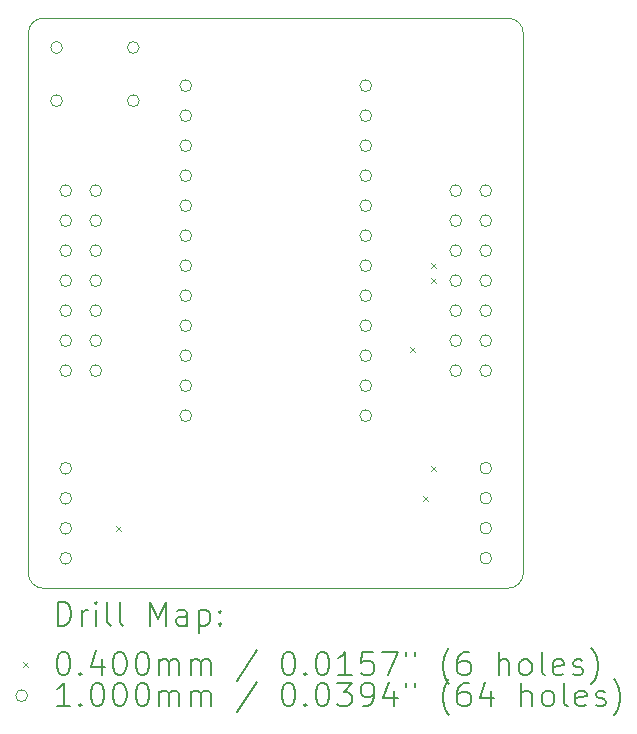
<source format=gbr>
%FSLAX45Y45*%
G04 Gerber Fmt 4.5, Leading zero omitted, Abs format (unit mm)*
G04 Created by KiCad (PCBNEW (6.0.5-0)) date 2022-06-18 20:10:13*
%MOMM*%
%LPD*%
G01*
G04 APERTURE LIST*
%TA.AperFunction,Profile*%
%ADD10C,0.120000*%
%TD*%
%ADD11C,0.200000*%
%ADD12C,0.040000*%
%ADD13C,0.100000*%
G04 APERTURE END LIST*
D10*
X2730500Y-4254500D02*
X-1206500Y-4254500D01*
X-1333500Y-4127500D02*
X-1333500Y444500D01*
X2857500Y444500D02*
G75*
G03*
X2730500Y571500I-127000J0D01*
G01*
X-1333500Y-4127500D02*
G75*
G03*
X-1206500Y-4254500I127000J0D01*
G01*
X2730500Y-4254500D02*
G75*
G03*
X2857500Y-4127500I0J127000D01*
G01*
X-1206500Y571500D02*
G75*
G03*
X-1333500Y444500I0J-127000D01*
G01*
X-1206500Y571500D02*
X2730500Y571500D01*
X2857500Y444500D02*
X2857500Y-4127500D01*
D11*
D12*
X-591500Y-3726500D02*
X-551500Y-3766500D01*
X-551500Y-3726500D02*
X-591500Y-3766500D01*
X1896951Y-2211450D02*
X1936951Y-2251450D01*
X1936951Y-2211450D02*
X1896951Y-2251450D01*
X2012000Y-3472500D02*
X2052000Y-3512500D01*
X2052000Y-3472500D02*
X2012000Y-3512500D01*
X2075500Y-1504000D02*
X2115500Y-1544000D01*
X2115500Y-1504000D02*
X2075500Y-1544000D01*
X2075500Y-1631000D02*
X2115500Y-1671000D01*
X2115500Y-1631000D02*
X2075500Y-1671000D01*
X2075500Y-3218500D02*
X2115500Y-3258500D01*
X2115500Y-3218500D02*
X2075500Y-3258500D01*
D13*
X-1044500Y323000D02*
G75*
G03*
X-1044500Y323000I-50000J0D01*
G01*
X-1044500Y-127000D02*
G75*
G03*
X-1044500Y-127000I-50000J0D01*
G01*
X-966000Y-889000D02*
G75*
G03*
X-966000Y-889000I-50000J0D01*
G01*
X-966000Y-1143000D02*
G75*
G03*
X-966000Y-1143000I-50000J0D01*
G01*
X-966000Y-1397000D02*
G75*
G03*
X-966000Y-1397000I-50000J0D01*
G01*
X-966000Y-1651000D02*
G75*
G03*
X-966000Y-1651000I-50000J0D01*
G01*
X-966000Y-1905000D02*
G75*
G03*
X-966000Y-1905000I-50000J0D01*
G01*
X-966000Y-2159000D02*
G75*
G03*
X-966000Y-2159000I-50000J0D01*
G01*
X-966000Y-2413000D02*
G75*
G03*
X-966000Y-2413000I-50000J0D01*
G01*
X-966000Y-3239500D02*
G75*
G03*
X-966000Y-3239500I-50000J0D01*
G01*
X-966000Y-3493500D02*
G75*
G03*
X-966000Y-3493500I-50000J0D01*
G01*
X-966000Y-3747500D02*
G75*
G03*
X-966000Y-3747500I-50000J0D01*
G01*
X-966000Y-4001500D02*
G75*
G03*
X-966000Y-4001500I-50000J0D01*
G01*
X-712000Y-889000D02*
G75*
G03*
X-712000Y-889000I-50000J0D01*
G01*
X-712000Y-1143000D02*
G75*
G03*
X-712000Y-1143000I-50000J0D01*
G01*
X-712000Y-1397000D02*
G75*
G03*
X-712000Y-1397000I-50000J0D01*
G01*
X-712000Y-1651000D02*
G75*
G03*
X-712000Y-1651000I-50000J0D01*
G01*
X-712000Y-1905000D02*
G75*
G03*
X-712000Y-1905000I-50000J0D01*
G01*
X-712000Y-2159000D02*
G75*
G03*
X-712000Y-2159000I-50000J0D01*
G01*
X-712000Y-2413000D02*
G75*
G03*
X-712000Y-2413000I-50000J0D01*
G01*
X-394500Y323000D02*
G75*
G03*
X-394500Y323000I-50000J0D01*
G01*
X-394500Y-127000D02*
G75*
G03*
X-394500Y-127000I-50000J0D01*
G01*
X50000Y0D02*
G75*
G03*
X50000Y0I-50000J0D01*
G01*
X50000Y-254000D02*
G75*
G03*
X50000Y-254000I-50000J0D01*
G01*
X50000Y-508000D02*
G75*
G03*
X50000Y-508000I-50000J0D01*
G01*
X50000Y-762000D02*
G75*
G03*
X50000Y-762000I-50000J0D01*
G01*
X50000Y-1016000D02*
G75*
G03*
X50000Y-1016000I-50000J0D01*
G01*
X50000Y-1270000D02*
G75*
G03*
X50000Y-1270000I-50000J0D01*
G01*
X50000Y-1524000D02*
G75*
G03*
X50000Y-1524000I-50000J0D01*
G01*
X50000Y-1778000D02*
G75*
G03*
X50000Y-1778000I-50000J0D01*
G01*
X50000Y-2032000D02*
G75*
G03*
X50000Y-2032000I-50000J0D01*
G01*
X50000Y-2286000D02*
G75*
G03*
X50000Y-2286000I-50000J0D01*
G01*
X50000Y-2540000D02*
G75*
G03*
X50000Y-2540000I-50000J0D01*
G01*
X50000Y-2794000D02*
G75*
G03*
X50000Y-2794000I-50000J0D01*
G01*
X1574000Y0D02*
G75*
G03*
X1574000Y0I-50000J0D01*
G01*
X1574000Y-254000D02*
G75*
G03*
X1574000Y-254000I-50000J0D01*
G01*
X1574000Y-508000D02*
G75*
G03*
X1574000Y-508000I-50000J0D01*
G01*
X1574000Y-762000D02*
G75*
G03*
X1574000Y-762000I-50000J0D01*
G01*
X1574000Y-1016000D02*
G75*
G03*
X1574000Y-1016000I-50000J0D01*
G01*
X1574000Y-1270000D02*
G75*
G03*
X1574000Y-1270000I-50000J0D01*
G01*
X1574000Y-1524000D02*
G75*
G03*
X1574000Y-1524000I-50000J0D01*
G01*
X1574000Y-1778000D02*
G75*
G03*
X1574000Y-1778000I-50000J0D01*
G01*
X1574000Y-2032000D02*
G75*
G03*
X1574000Y-2032000I-50000J0D01*
G01*
X1574000Y-2286000D02*
G75*
G03*
X1574000Y-2286000I-50000J0D01*
G01*
X1574000Y-2540000D02*
G75*
G03*
X1574000Y-2540000I-50000J0D01*
G01*
X1574000Y-2794000D02*
G75*
G03*
X1574000Y-2794000I-50000J0D01*
G01*
X2336000Y-889000D02*
G75*
G03*
X2336000Y-889000I-50000J0D01*
G01*
X2336000Y-1143000D02*
G75*
G03*
X2336000Y-1143000I-50000J0D01*
G01*
X2336000Y-1397000D02*
G75*
G03*
X2336000Y-1397000I-50000J0D01*
G01*
X2336000Y-1651000D02*
G75*
G03*
X2336000Y-1651000I-50000J0D01*
G01*
X2336000Y-1905000D02*
G75*
G03*
X2336000Y-1905000I-50000J0D01*
G01*
X2336000Y-2159000D02*
G75*
G03*
X2336000Y-2159000I-50000J0D01*
G01*
X2336000Y-2413000D02*
G75*
G03*
X2336000Y-2413000I-50000J0D01*
G01*
X2590000Y-889000D02*
G75*
G03*
X2590000Y-889000I-50000J0D01*
G01*
X2590000Y-1143000D02*
G75*
G03*
X2590000Y-1143000I-50000J0D01*
G01*
X2590000Y-1397000D02*
G75*
G03*
X2590000Y-1397000I-50000J0D01*
G01*
X2590000Y-1651000D02*
G75*
G03*
X2590000Y-1651000I-50000J0D01*
G01*
X2590000Y-1905000D02*
G75*
G03*
X2590000Y-1905000I-50000J0D01*
G01*
X2590000Y-2159000D02*
G75*
G03*
X2590000Y-2159000I-50000J0D01*
G01*
X2590000Y-2413000D02*
G75*
G03*
X2590000Y-2413000I-50000J0D01*
G01*
X2590000Y-3238500D02*
G75*
G03*
X2590000Y-3238500I-50000J0D01*
G01*
X2590000Y-3492500D02*
G75*
G03*
X2590000Y-3492500I-50000J0D01*
G01*
X2590000Y-3746500D02*
G75*
G03*
X2590000Y-3746500I-50000J0D01*
G01*
X2590000Y-4000500D02*
G75*
G03*
X2590000Y-4000500I-50000J0D01*
G01*
D11*
X-1081881Y-4570976D02*
X-1081881Y-4370976D01*
X-1034262Y-4370976D01*
X-1005690Y-4380500D01*
X-986643Y-4399548D01*
X-977119Y-4418595D01*
X-967595Y-4456690D01*
X-967595Y-4485262D01*
X-977119Y-4523357D01*
X-986643Y-4542405D01*
X-1005690Y-4561452D01*
X-1034262Y-4570976D01*
X-1081881Y-4570976D01*
X-881881Y-4570976D02*
X-881881Y-4437643D01*
X-881881Y-4475738D02*
X-872357Y-4456690D01*
X-862833Y-4447167D01*
X-843786Y-4437643D01*
X-824738Y-4437643D01*
X-758071Y-4570976D02*
X-758071Y-4437643D01*
X-758071Y-4370976D02*
X-767595Y-4380500D01*
X-758071Y-4390024D01*
X-748548Y-4380500D01*
X-758071Y-4370976D01*
X-758071Y-4390024D01*
X-634262Y-4570976D02*
X-653310Y-4561452D01*
X-662833Y-4542405D01*
X-662833Y-4370976D01*
X-529500Y-4570976D02*
X-548548Y-4561452D01*
X-558072Y-4542405D01*
X-558072Y-4370976D01*
X-300929Y-4570976D02*
X-300929Y-4370976D01*
X-234262Y-4513833D01*
X-167595Y-4370976D01*
X-167595Y-4570976D01*
X13357Y-4570976D02*
X13357Y-4466214D01*
X3833Y-4447167D01*
X-15214Y-4437643D01*
X-53310Y-4437643D01*
X-72357Y-4447167D01*
X13357Y-4561452D02*
X-5690Y-4570976D01*
X-53310Y-4570976D01*
X-72357Y-4561452D01*
X-81881Y-4542405D01*
X-81881Y-4523357D01*
X-72357Y-4504310D01*
X-53310Y-4494786D01*
X-5690Y-4494786D01*
X13357Y-4485262D01*
X108595Y-4437643D02*
X108595Y-4637643D01*
X108595Y-4447167D02*
X127643Y-4437643D01*
X165738Y-4437643D01*
X184786Y-4447167D01*
X194309Y-4456690D01*
X203833Y-4475738D01*
X203833Y-4532881D01*
X194309Y-4551929D01*
X184786Y-4561452D01*
X165738Y-4570976D01*
X127643Y-4570976D01*
X108595Y-4561452D01*
X289548Y-4551929D02*
X299071Y-4561452D01*
X289548Y-4570976D01*
X280024Y-4561452D01*
X289548Y-4551929D01*
X289548Y-4570976D01*
X289548Y-4447167D02*
X299071Y-4456690D01*
X289548Y-4466214D01*
X280024Y-4456690D01*
X289548Y-4447167D01*
X289548Y-4466214D01*
D12*
X-1379500Y-4880500D02*
X-1339500Y-4920500D01*
X-1339500Y-4880500D02*
X-1379500Y-4920500D01*
D11*
X-1043786Y-4790976D02*
X-1024738Y-4790976D01*
X-1005690Y-4800500D01*
X-996167Y-4810024D01*
X-986643Y-4829071D01*
X-977119Y-4867167D01*
X-977119Y-4914786D01*
X-986643Y-4952881D01*
X-996167Y-4971929D01*
X-1005690Y-4981452D01*
X-1024738Y-4990976D01*
X-1043786Y-4990976D01*
X-1062833Y-4981452D01*
X-1072357Y-4971929D01*
X-1081881Y-4952881D01*
X-1091405Y-4914786D01*
X-1091405Y-4867167D01*
X-1081881Y-4829071D01*
X-1072357Y-4810024D01*
X-1062833Y-4800500D01*
X-1043786Y-4790976D01*
X-891405Y-4971929D02*
X-881881Y-4981452D01*
X-891405Y-4990976D01*
X-900929Y-4981452D01*
X-891405Y-4971929D01*
X-891405Y-4990976D01*
X-710452Y-4857643D02*
X-710452Y-4990976D01*
X-758071Y-4781452D02*
X-805690Y-4924310D01*
X-681881Y-4924310D01*
X-567595Y-4790976D02*
X-548548Y-4790976D01*
X-529500Y-4800500D01*
X-519976Y-4810024D01*
X-510452Y-4829071D01*
X-500929Y-4867167D01*
X-500929Y-4914786D01*
X-510452Y-4952881D01*
X-519976Y-4971929D01*
X-529500Y-4981452D01*
X-548548Y-4990976D01*
X-567595Y-4990976D01*
X-586643Y-4981452D01*
X-596167Y-4971929D01*
X-605691Y-4952881D01*
X-615214Y-4914786D01*
X-615214Y-4867167D01*
X-605691Y-4829071D01*
X-596167Y-4810024D01*
X-586643Y-4800500D01*
X-567595Y-4790976D01*
X-377119Y-4790976D02*
X-358071Y-4790976D01*
X-339024Y-4800500D01*
X-329500Y-4810024D01*
X-319976Y-4829071D01*
X-310452Y-4867167D01*
X-310452Y-4914786D01*
X-319976Y-4952881D01*
X-329500Y-4971929D01*
X-339024Y-4981452D01*
X-358071Y-4990976D01*
X-377119Y-4990976D01*
X-396167Y-4981452D01*
X-405690Y-4971929D01*
X-415214Y-4952881D01*
X-424738Y-4914786D01*
X-424738Y-4867167D01*
X-415214Y-4829071D01*
X-405690Y-4810024D01*
X-396167Y-4800500D01*
X-377119Y-4790976D01*
X-224738Y-4990976D02*
X-224738Y-4857643D01*
X-224738Y-4876690D02*
X-215214Y-4867167D01*
X-196167Y-4857643D01*
X-167595Y-4857643D01*
X-148548Y-4867167D01*
X-139024Y-4886214D01*
X-139024Y-4990976D01*
X-139024Y-4886214D02*
X-129500Y-4867167D01*
X-110452Y-4857643D01*
X-81881Y-4857643D01*
X-62833Y-4867167D01*
X-53310Y-4886214D01*
X-53310Y-4990976D01*
X41929Y-4990976D02*
X41929Y-4857643D01*
X41929Y-4876690D02*
X51452Y-4867167D01*
X70500Y-4857643D01*
X99071Y-4857643D01*
X118119Y-4867167D01*
X127643Y-4886214D01*
X127643Y-4990976D01*
X127643Y-4886214D02*
X137167Y-4867167D01*
X156214Y-4857643D01*
X184786Y-4857643D01*
X203833Y-4867167D01*
X213357Y-4886214D01*
X213357Y-4990976D01*
X603833Y-4781452D02*
X432405Y-5038595D01*
X860976Y-4790976D02*
X880024Y-4790976D01*
X899071Y-4800500D01*
X908595Y-4810024D01*
X918119Y-4829071D01*
X927643Y-4867167D01*
X927643Y-4914786D01*
X918119Y-4952881D01*
X908595Y-4971929D01*
X899071Y-4981452D01*
X880024Y-4990976D01*
X860976Y-4990976D01*
X841928Y-4981452D01*
X832405Y-4971929D01*
X822881Y-4952881D01*
X813357Y-4914786D01*
X813357Y-4867167D01*
X822881Y-4829071D01*
X832405Y-4810024D01*
X841928Y-4800500D01*
X860976Y-4790976D01*
X1013357Y-4971929D02*
X1022881Y-4981452D01*
X1013357Y-4990976D01*
X1003833Y-4981452D01*
X1013357Y-4971929D01*
X1013357Y-4990976D01*
X1146690Y-4790976D02*
X1165738Y-4790976D01*
X1184786Y-4800500D01*
X1194310Y-4810024D01*
X1203833Y-4829071D01*
X1213357Y-4867167D01*
X1213357Y-4914786D01*
X1203833Y-4952881D01*
X1194310Y-4971929D01*
X1184786Y-4981452D01*
X1165738Y-4990976D01*
X1146690Y-4990976D01*
X1127643Y-4981452D01*
X1118119Y-4971929D01*
X1108595Y-4952881D01*
X1099071Y-4914786D01*
X1099071Y-4867167D01*
X1108595Y-4829071D01*
X1118119Y-4810024D01*
X1127643Y-4800500D01*
X1146690Y-4790976D01*
X1403833Y-4990976D02*
X1289548Y-4990976D01*
X1346690Y-4990976D02*
X1346690Y-4790976D01*
X1327643Y-4819548D01*
X1308595Y-4838595D01*
X1289548Y-4848119D01*
X1584786Y-4790976D02*
X1489548Y-4790976D01*
X1480024Y-4886214D01*
X1489548Y-4876690D01*
X1508595Y-4867167D01*
X1556214Y-4867167D01*
X1575262Y-4876690D01*
X1584786Y-4886214D01*
X1594309Y-4905262D01*
X1594309Y-4952881D01*
X1584786Y-4971929D01*
X1575262Y-4981452D01*
X1556214Y-4990976D01*
X1508595Y-4990976D01*
X1489548Y-4981452D01*
X1480024Y-4971929D01*
X1660976Y-4790976D02*
X1794309Y-4790976D01*
X1708595Y-4990976D01*
X1860976Y-4790976D02*
X1860976Y-4829071D01*
X1937167Y-4790976D02*
X1937167Y-4829071D01*
X2232405Y-5067167D02*
X2222881Y-5057643D01*
X2203833Y-5029071D01*
X2194310Y-5010024D01*
X2184786Y-4981452D01*
X2175262Y-4933833D01*
X2175262Y-4895738D01*
X2184786Y-4848119D01*
X2194310Y-4819548D01*
X2203833Y-4800500D01*
X2222881Y-4771929D01*
X2232405Y-4762405D01*
X2394310Y-4790976D02*
X2356214Y-4790976D01*
X2337167Y-4800500D01*
X2327643Y-4810024D01*
X2308595Y-4838595D01*
X2299071Y-4876690D01*
X2299071Y-4952881D01*
X2308595Y-4971929D01*
X2318119Y-4981452D01*
X2337167Y-4990976D01*
X2375262Y-4990976D01*
X2394310Y-4981452D01*
X2403833Y-4971929D01*
X2413357Y-4952881D01*
X2413357Y-4905262D01*
X2403833Y-4886214D01*
X2394310Y-4876690D01*
X2375262Y-4867167D01*
X2337167Y-4867167D01*
X2318119Y-4876690D01*
X2308595Y-4886214D01*
X2299071Y-4905262D01*
X2651452Y-4990976D02*
X2651452Y-4790976D01*
X2737167Y-4990976D02*
X2737167Y-4886214D01*
X2727643Y-4867167D01*
X2708595Y-4857643D01*
X2680024Y-4857643D01*
X2660976Y-4867167D01*
X2651452Y-4876690D01*
X2860976Y-4990976D02*
X2841928Y-4981452D01*
X2832405Y-4971929D01*
X2822881Y-4952881D01*
X2822881Y-4895738D01*
X2832405Y-4876690D01*
X2841928Y-4867167D01*
X2860976Y-4857643D01*
X2889548Y-4857643D01*
X2908595Y-4867167D01*
X2918119Y-4876690D01*
X2927643Y-4895738D01*
X2927643Y-4952881D01*
X2918119Y-4971929D01*
X2908595Y-4981452D01*
X2889548Y-4990976D01*
X2860976Y-4990976D01*
X3041928Y-4990976D02*
X3022881Y-4981452D01*
X3013357Y-4962405D01*
X3013357Y-4790976D01*
X3194309Y-4981452D02*
X3175262Y-4990976D01*
X3137167Y-4990976D01*
X3118119Y-4981452D01*
X3108595Y-4962405D01*
X3108595Y-4886214D01*
X3118119Y-4867167D01*
X3137167Y-4857643D01*
X3175262Y-4857643D01*
X3194309Y-4867167D01*
X3203833Y-4886214D01*
X3203833Y-4905262D01*
X3108595Y-4924310D01*
X3280024Y-4981452D02*
X3299071Y-4990976D01*
X3337167Y-4990976D01*
X3356214Y-4981452D01*
X3365738Y-4962405D01*
X3365738Y-4952881D01*
X3356214Y-4933833D01*
X3337167Y-4924310D01*
X3308595Y-4924310D01*
X3289548Y-4914786D01*
X3280024Y-4895738D01*
X3280024Y-4886214D01*
X3289548Y-4867167D01*
X3308595Y-4857643D01*
X3337167Y-4857643D01*
X3356214Y-4867167D01*
X3432405Y-5067167D02*
X3441928Y-5057643D01*
X3460976Y-5029071D01*
X3470500Y-5010024D01*
X3480024Y-4981452D01*
X3489548Y-4933833D01*
X3489548Y-4895738D01*
X3480024Y-4848119D01*
X3470500Y-4819548D01*
X3460976Y-4800500D01*
X3441928Y-4771929D01*
X3432405Y-4762405D01*
D13*
X-1339500Y-5164500D02*
G75*
G03*
X-1339500Y-5164500I-50000J0D01*
G01*
D11*
X-977119Y-5254976D02*
X-1091405Y-5254976D01*
X-1034262Y-5254976D02*
X-1034262Y-5054976D01*
X-1053310Y-5083548D01*
X-1072357Y-5102595D01*
X-1091405Y-5112119D01*
X-891405Y-5235929D02*
X-881881Y-5245452D01*
X-891405Y-5254976D01*
X-900929Y-5245452D01*
X-891405Y-5235929D01*
X-891405Y-5254976D01*
X-758071Y-5054976D02*
X-739024Y-5054976D01*
X-719976Y-5064500D01*
X-710452Y-5074024D01*
X-700929Y-5093071D01*
X-691405Y-5131167D01*
X-691405Y-5178786D01*
X-700929Y-5216881D01*
X-710452Y-5235929D01*
X-719976Y-5245452D01*
X-739024Y-5254976D01*
X-758071Y-5254976D01*
X-777119Y-5245452D01*
X-786643Y-5235929D01*
X-796167Y-5216881D01*
X-805690Y-5178786D01*
X-805690Y-5131167D01*
X-796167Y-5093071D01*
X-786643Y-5074024D01*
X-777119Y-5064500D01*
X-758071Y-5054976D01*
X-567595Y-5054976D02*
X-548548Y-5054976D01*
X-529500Y-5064500D01*
X-519976Y-5074024D01*
X-510452Y-5093071D01*
X-500929Y-5131167D01*
X-500929Y-5178786D01*
X-510452Y-5216881D01*
X-519976Y-5235929D01*
X-529500Y-5245452D01*
X-548548Y-5254976D01*
X-567595Y-5254976D01*
X-586643Y-5245452D01*
X-596167Y-5235929D01*
X-605691Y-5216881D01*
X-615214Y-5178786D01*
X-615214Y-5131167D01*
X-605691Y-5093071D01*
X-596167Y-5074024D01*
X-586643Y-5064500D01*
X-567595Y-5054976D01*
X-377119Y-5054976D02*
X-358071Y-5054976D01*
X-339024Y-5064500D01*
X-329500Y-5074024D01*
X-319976Y-5093071D01*
X-310452Y-5131167D01*
X-310452Y-5178786D01*
X-319976Y-5216881D01*
X-329500Y-5235929D01*
X-339024Y-5245452D01*
X-358071Y-5254976D01*
X-377119Y-5254976D01*
X-396167Y-5245452D01*
X-405690Y-5235929D01*
X-415214Y-5216881D01*
X-424738Y-5178786D01*
X-424738Y-5131167D01*
X-415214Y-5093071D01*
X-405690Y-5074024D01*
X-396167Y-5064500D01*
X-377119Y-5054976D01*
X-224738Y-5254976D02*
X-224738Y-5121643D01*
X-224738Y-5140690D02*
X-215214Y-5131167D01*
X-196167Y-5121643D01*
X-167595Y-5121643D01*
X-148548Y-5131167D01*
X-139024Y-5150214D01*
X-139024Y-5254976D01*
X-139024Y-5150214D02*
X-129500Y-5131167D01*
X-110452Y-5121643D01*
X-81881Y-5121643D01*
X-62833Y-5131167D01*
X-53310Y-5150214D01*
X-53310Y-5254976D01*
X41929Y-5254976D02*
X41929Y-5121643D01*
X41929Y-5140690D02*
X51452Y-5131167D01*
X70500Y-5121643D01*
X99071Y-5121643D01*
X118119Y-5131167D01*
X127643Y-5150214D01*
X127643Y-5254976D01*
X127643Y-5150214D02*
X137167Y-5131167D01*
X156214Y-5121643D01*
X184786Y-5121643D01*
X203833Y-5131167D01*
X213357Y-5150214D01*
X213357Y-5254976D01*
X603833Y-5045452D02*
X432405Y-5302595D01*
X860976Y-5054976D02*
X880024Y-5054976D01*
X899071Y-5064500D01*
X908595Y-5074024D01*
X918119Y-5093071D01*
X927643Y-5131167D01*
X927643Y-5178786D01*
X918119Y-5216881D01*
X908595Y-5235929D01*
X899071Y-5245452D01*
X880024Y-5254976D01*
X860976Y-5254976D01*
X841928Y-5245452D01*
X832405Y-5235929D01*
X822881Y-5216881D01*
X813357Y-5178786D01*
X813357Y-5131167D01*
X822881Y-5093071D01*
X832405Y-5074024D01*
X841928Y-5064500D01*
X860976Y-5054976D01*
X1013357Y-5235929D02*
X1022881Y-5245452D01*
X1013357Y-5254976D01*
X1003833Y-5245452D01*
X1013357Y-5235929D01*
X1013357Y-5254976D01*
X1146690Y-5054976D02*
X1165738Y-5054976D01*
X1184786Y-5064500D01*
X1194310Y-5074024D01*
X1203833Y-5093071D01*
X1213357Y-5131167D01*
X1213357Y-5178786D01*
X1203833Y-5216881D01*
X1194310Y-5235929D01*
X1184786Y-5245452D01*
X1165738Y-5254976D01*
X1146690Y-5254976D01*
X1127643Y-5245452D01*
X1118119Y-5235929D01*
X1108595Y-5216881D01*
X1099071Y-5178786D01*
X1099071Y-5131167D01*
X1108595Y-5093071D01*
X1118119Y-5074024D01*
X1127643Y-5064500D01*
X1146690Y-5054976D01*
X1280024Y-5054976D02*
X1403833Y-5054976D01*
X1337167Y-5131167D01*
X1365738Y-5131167D01*
X1384786Y-5140690D01*
X1394310Y-5150214D01*
X1403833Y-5169262D01*
X1403833Y-5216881D01*
X1394310Y-5235929D01*
X1384786Y-5245452D01*
X1365738Y-5254976D01*
X1308595Y-5254976D01*
X1289548Y-5245452D01*
X1280024Y-5235929D01*
X1499071Y-5254976D02*
X1537167Y-5254976D01*
X1556214Y-5245452D01*
X1565738Y-5235929D01*
X1584786Y-5207357D01*
X1594309Y-5169262D01*
X1594309Y-5093071D01*
X1584786Y-5074024D01*
X1575262Y-5064500D01*
X1556214Y-5054976D01*
X1518119Y-5054976D01*
X1499071Y-5064500D01*
X1489548Y-5074024D01*
X1480024Y-5093071D01*
X1480024Y-5140690D01*
X1489548Y-5159738D01*
X1499071Y-5169262D01*
X1518119Y-5178786D01*
X1556214Y-5178786D01*
X1575262Y-5169262D01*
X1584786Y-5159738D01*
X1594309Y-5140690D01*
X1765738Y-5121643D02*
X1765738Y-5254976D01*
X1718119Y-5045452D02*
X1670500Y-5188310D01*
X1794309Y-5188310D01*
X1860976Y-5054976D02*
X1860976Y-5093071D01*
X1937167Y-5054976D02*
X1937167Y-5093071D01*
X2232405Y-5331167D02*
X2222881Y-5321643D01*
X2203833Y-5293071D01*
X2194310Y-5274024D01*
X2184786Y-5245452D01*
X2175262Y-5197833D01*
X2175262Y-5159738D01*
X2184786Y-5112119D01*
X2194310Y-5083548D01*
X2203833Y-5064500D01*
X2222881Y-5035929D01*
X2232405Y-5026405D01*
X2394310Y-5054976D02*
X2356214Y-5054976D01*
X2337167Y-5064500D01*
X2327643Y-5074024D01*
X2308595Y-5102595D01*
X2299071Y-5140690D01*
X2299071Y-5216881D01*
X2308595Y-5235929D01*
X2318119Y-5245452D01*
X2337167Y-5254976D01*
X2375262Y-5254976D01*
X2394310Y-5245452D01*
X2403833Y-5235929D01*
X2413357Y-5216881D01*
X2413357Y-5169262D01*
X2403833Y-5150214D01*
X2394310Y-5140690D01*
X2375262Y-5131167D01*
X2337167Y-5131167D01*
X2318119Y-5140690D01*
X2308595Y-5150214D01*
X2299071Y-5169262D01*
X2584786Y-5121643D02*
X2584786Y-5254976D01*
X2537167Y-5045452D02*
X2489548Y-5188310D01*
X2613357Y-5188310D01*
X2841928Y-5254976D02*
X2841928Y-5054976D01*
X2927643Y-5254976D02*
X2927643Y-5150214D01*
X2918119Y-5131167D01*
X2899071Y-5121643D01*
X2870500Y-5121643D01*
X2851452Y-5131167D01*
X2841928Y-5140690D01*
X3051452Y-5254976D02*
X3032405Y-5245452D01*
X3022881Y-5235929D01*
X3013357Y-5216881D01*
X3013357Y-5159738D01*
X3022881Y-5140690D01*
X3032405Y-5131167D01*
X3051452Y-5121643D01*
X3080024Y-5121643D01*
X3099071Y-5131167D01*
X3108595Y-5140690D01*
X3118119Y-5159738D01*
X3118119Y-5216881D01*
X3108595Y-5235929D01*
X3099071Y-5245452D01*
X3080024Y-5254976D01*
X3051452Y-5254976D01*
X3232405Y-5254976D02*
X3213357Y-5245452D01*
X3203833Y-5226405D01*
X3203833Y-5054976D01*
X3384786Y-5245452D02*
X3365738Y-5254976D01*
X3327643Y-5254976D01*
X3308595Y-5245452D01*
X3299071Y-5226405D01*
X3299071Y-5150214D01*
X3308595Y-5131167D01*
X3327643Y-5121643D01*
X3365738Y-5121643D01*
X3384786Y-5131167D01*
X3394309Y-5150214D01*
X3394309Y-5169262D01*
X3299071Y-5188310D01*
X3470500Y-5245452D02*
X3489548Y-5254976D01*
X3527643Y-5254976D01*
X3546690Y-5245452D01*
X3556214Y-5226405D01*
X3556214Y-5216881D01*
X3546690Y-5197833D01*
X3527643Y-5188310D01*
X3499071Y-5188310D01*
X3480024Y-5178786D01*
X3470500Y-5159738D01*
X3470500Y-5150214D01*
X3480024Y-5131167D01*
X3499071Y-5121643D01*
X3527643Y-5121643D01*
X3546690Y-5131167D01*
X3622881Y-5331167D02*
X3632405Y-5321643D01*
X3651452Y-5293071D01*
X3660976Y-5274024D01*
X3670500Y-5245452D01*
X3680024Y-5197833D01*
X3680024Y-5159738D01*
X3670500Y-5112119D01*
X3660976Y-5083548D01*
X3651452Y-5064500D01*
X3632405Y-5035929D01*
X3622881Y-5026405D01*
M02*

</source>
